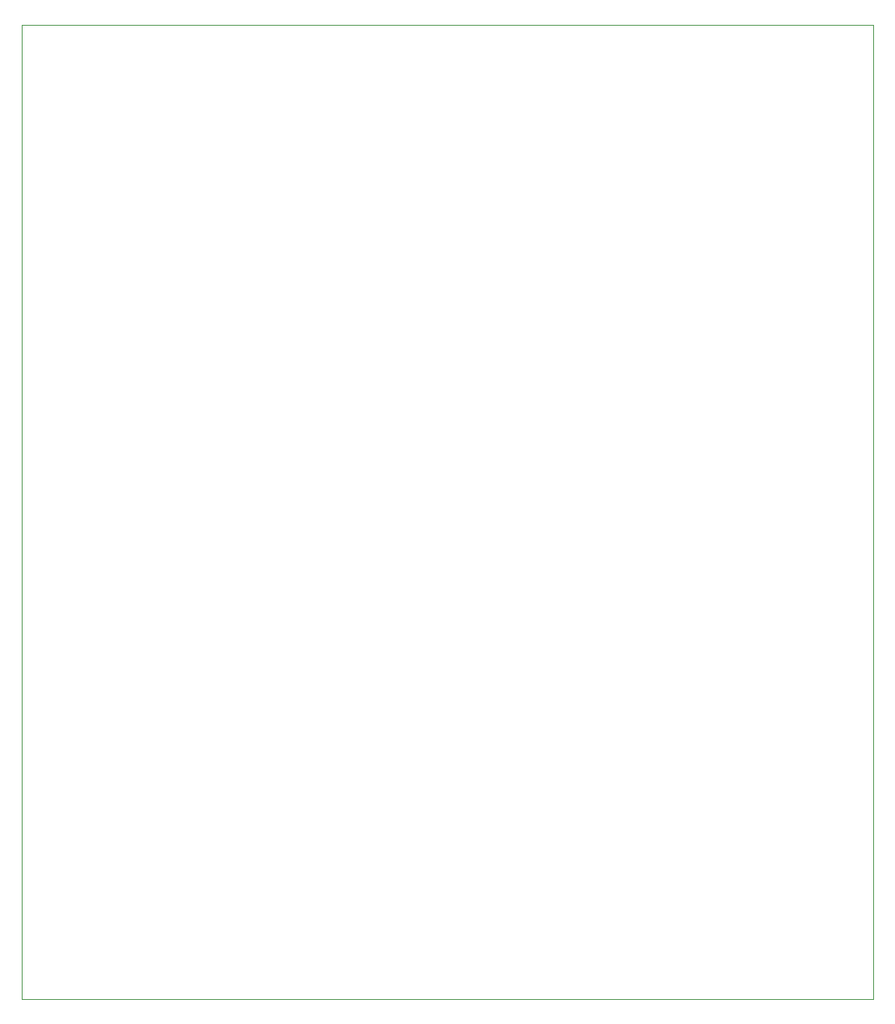
<source format=gbr>
%TF.GenerationSoftware,KiCad,Pcbnew,(6.0.6-0)*%
%TF.CreationDate,2023-02-15T09:52:43-08:00*%
%TF.ProjectId,le2-daq-new,6c65322d-6461-4712-9d6e-65772e6b6963,rev?*%
%TF.SameCoordinates,Original*%
%TF.FileFunction,Profile,NP*%
%FSLAX46Y46*%
G04 Gerber Fmt 4.6, Leading zero omitted, Abs format (unit mm)*
G04 Created by KiCad (PCBNEW (6.0.6-0)) date 2023-02-15 09:52:43*
%MOMM*%
%LPD*%
G01*
G04 APERTURE LIST*
%TA.AperFunction,Profile*%
%ADD10C,0.100000*%
%TD*%
G04 APERTURE END LIST*
D10*
X83185000Y-135255000D02*
X175895000Y-135255000D01*
X175895000Y-135255000D02*
X175895000Y-29210000D01*
X175895000Y-29210000D02*
X83185000Y-29210000D01*
X83185000Y-29210000D02*
X83185000Y-135255000D01*
M02*

</source>
